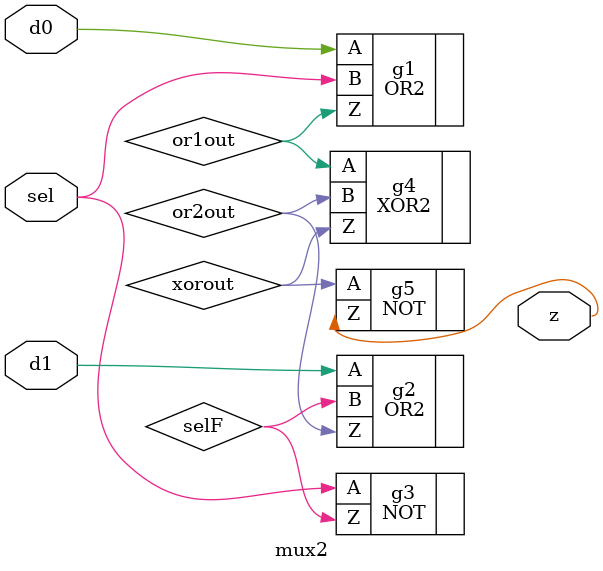
<source format=sv>
module mux2 (
    input logic d0,          // Data input 0
    input logic d1,          // Data input 1
    input logic sel,         // Select input
    output logic z           // Output
);

logic or1out, or2out, selF;
NOT #(.Tpdlh(10), .Tpdhl(8)) g3(.A(sel),.Z(selF));
OR2 #(.Tpdlh(5), .Tpdhl(4)) g1(.A(d0),.B(sel),.Z(or1out));
OR2 #(.Tpdlh(5), .Tpdhl(4)) g2(.A(d1),.B(selF),.Z(or2out));
logic xorout;
XOR2 #(.Tpdlh(8), .Tpdhl(8)) g4(.A(or1out),.B(or2out),.Z(xorout));
NOT #(.Tpdlh(10), .Tpdhl(8)) g5(.A(xorout),.Z(z));

endmodule

</source>
